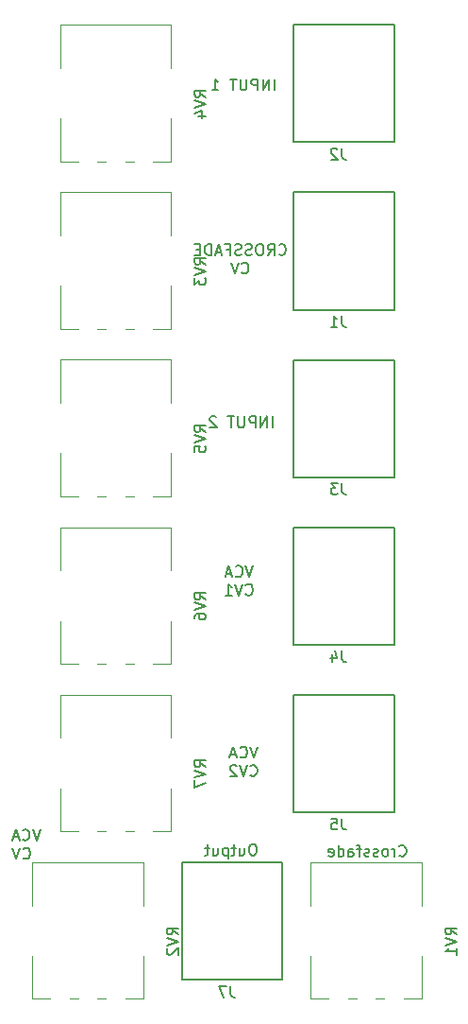
<source format=gbo>
G04 #@! TF.GenerationSoftware,KiCad,Pcbnew,(5.1.0)-1*
G04 #@! TF.CreationDate,2019-05-27T16:53:05-04:00*
G04 #@! TF.ProjectId,VCA,5643412e-6b69-4636-9164-5f7063625858,rev?*
G04 #@! TF.SameCoordinates,Original*
G04 #@! TF.FileFunction,Legend,Bot*
G04 #@! TF.FilePolarity,Positive*
%FSLAX46Y46*%
G04 Gerber Fmt 4.6, Leading zero omitted, Abs format (unit mm)*
G04 Created by KiCad (PCBNEW (5.1.0)-1) date 2019-05-27 16:53:05*
%MOMM*%
%LPD*%
G04 APERTURE LIST*
%ADD10C,0.150000*%
%ADD11C,0.120000*%
G04 APERTURE END LIST*
D10*
X69285714Y-40252380D02*
X69285714Y-39252380D01*
X68809523Y-40252380D02*
X68809523Y-39252380D01*
X68238095Y-40252380D01*
X68238095Y-39252380D01*
X67761904Y-40252380D02*
X67761904Y-39252380D01*
X67380952Y-39252380D01*
X67285714Y-39300000D01*
X67238095Y-39347619D01*
X67190476Y-39442857D01*
X67190476Y-39585714D01*
X67238095Y-39680952D01*
X67285714Y-39728571D01*
X67380952Y-39776190D01*
X67761904Y-39776190D01*
X66761904Y-39252380D02*
X66761904Y-40061904D01*
X66714285Y-40157142D01*
X66666666Y-40204761D01*
X66571428Y-40252380D01*
X66380952Y-40252380D01*
X66285714Y-40204761D01*
X66238095Y-40157142D01*
X66190476Y-40061904D01*
X66190476Y-39252380D01*
X65857142Y-39252380D02*
X65285714Y-39252380D01*
X65571428Y-40252380D02*
X65571428Y-39252380D01*
X63666666Y-40252380D02*
X64238095Y-40252380D01*
X63952380Y-40252380D02*
X63952380Y-39252380D01*
X64047619Y-39395238D01*
X64142857Y-39490476D01*
X64238095Y-39538095D01*
X69676190Y-54932142D02*
X69723809Y-54979761D01*
X69866666Y-55027380D01*
X69961904Y-55027380D01*
X70104761Y-54979761D01*
X70200000Y-54884523D01*
X70247619Y-54789285D01*
X70295238Y-54598809D01*
X70295238Y-54455952D01*
X70247619Y-54265476D01*
X70200000Y-54170238D01*
X70104761Y-54075000D01*
X69961904Y-54027380D01*
X69866666Y-54027380D01*
X69723809Y-54075000D01*
X69676190Y-54122619D01*
X68676190Y-55027380D02*
X69009523Y-54551190D01*
X69247619Y-55027380D02*
X69247619Y-54027380D01*
X68866666Y-54027380D01*
X68771428Y-54075000D01*
X68723809Y-54122619D01*
X68676190Y-54217857D01*
X68676190Y-54360714D01*
X68723809Y-54455952D01*
X68771428Y-54503571D01*
X68866666Y-54551190D01*
X69247619Y-54551190D01*
X68057142Y-54027380D02*
X67866666Y-54027380D01*
X67771428Y-54075000D01*
X67676190Y-54170238D01*
X67628571Y-54360714D01*
X67628571Y-54694047D01*
X67676190Y-54884523D01*
X67771428Y-54979761D01*
X67866666Y-55027380D01*
X68057142Y-55027380D01*
X68152380Y-54979761D01*
X68247619Y-54884523D01*
X68295238Y-54694047D01*
X68295238Y-54360714D01*
X68247619Y-54170238D01*
X68152380Y-54075000D01*
X68057142Y-54027380D01*
X67247619Y-54979761D02*
X67104761Y-55027380D01*
X66866666Y-55027380D01*
X66771428Y-54979761D01*
X66723809Y-54932142D01*
X66676190Y-54836904D01*
X66676190Y-54741666D01*
X66723809Y-54646428D01*
X66771428Y-54598809D01*
X66866666Y-54551190D01*
X67057142Y-54503571D01*
X67152380Y-54455952D01*
X67200000Y-54408333D01*
X67247619Y-54313095D01*
X67247619Y-54217857D01*
X67200000Y-54122619D01*
X67152380Y-54075000D01*
X67057142Y-54027380D01*
X66819047Y-54027380D01*
X66676190Y-54075000D01*
X66295238Y-54979761D02*
X66152380Y-55027380D01*
X65914285Y-55027380D01*
X65819047Y-54979761D01*
X65771428Y-54932142D01*
X65723809Y-54836904D01*
X65723809Y-54741666D01*
X65771428Y-54646428D01*
X65819047Y-54598809D01*
X65914285Y-54551190D01*
X66104761Y-54503571D01*
X66200000Y-54455952D01*
X66247619Y-54408333D01*
X66295238Y-54313095D01*
X66295238Y-54217857D01*
X66247619Y-54122619D01*
X66200000Y-54075000D01*
X66104761Y-54027380D01*
X65866666Y-54027380D01*
X65723809Y-54075000D01*
X64961904Y-54503571D02*
X65295238Y-54503571D01*
X65295238Y-55027380D02*
X65295238Y-54027380D01*
X64819047Y-54027380D01*
X64485714Y-54741666D02*
X64009523Y-54741666D01*
X64580952Y-55027380D02*
X64247619Y-54027380D01*
X63914285Y-55027380D01*
X63580952Y-55027380D02*
X63580952Y-54027380D01*
X63342857Y-54027380D01*
X63200000Y-54075000D01*
X63104761Y-54170238D01*
X63057142Y-54265476D01*
X63009523Y-54455952D01*
X63009523Y-54598809D01*
X63057142Y-54789285D01*
X63104761Y-54884523D01*
X63200000Y-54979761D01*
X63342857Y-55027380D01*
X63580952Y-55027380D01*
X62580952Y-54503571D02*
X62247619Y-54503571D01*
X62104761Y-55027380D02*
X62580952Y-55027380D01*
X62580952Y-54027380D01*
X62104761Y-54027380D01*
X66319047Y-56582142D02*
X66366666Y-56629761D01*
X66509523Y-56677380D01*
X66604761Y-56677380D01*
X66747619Y-56629761D01*
X66842857Y-56534523D01*
X66890476Y-56439285D01*
X66938095Y-56248809D01*
X66938095Y-56105952D01*
X66890476Y-55915476D01*
X66842857Y-55820238D01*
X66747619Y-55725000D01*
X66604761Y-55677380D01*
X66509523Y-55677380D01*
X66366666Y-55725000D01*
X66319047Y-55772619D01*
X66033333Y-55677380D02*
X65700000Y-56677380D01*
X65366666Y-55677380D01*
X69085714Y-70452380D02*
X69085714Y-69452380D01*
X68609523Y-70452380D02*
X68609523Y-69452380D01*
X68038095Y-70452380D01*
X68038095Y-69452380D01*
X67561904Y-70452380D02*
X67561904Y-69452380D01*
X67180952Y-69452380D01*
X67085714Y-69500000D01*
X67038095Y-69547619D01*
X66990476Y-69642857D01*
X66990476Y-69785714D01*
X67038095Y-69880952D01*
X67085714Y-69928571D01*
X67180952Y-69976190D01*
X67561904Y-69976190D01*
X66561904Y-69452380D02*
X66561904Y-70261904D01*
X66514285Y-70357142D01*
X66466666Y-70404761D01*
X66371428Y-70452380D01*
X66180952Y-70452380D01*
X66085714Y-70404761D01*
X66038095Y-70357142D01*
X65990476Y-70261904D01*
X65990476Y-69452380D01*
X65657142Y-69452380D02*
X65085714Y-69452380D01*
X65371428Y-70452380D02*
X65371428Y-69452380D01*
X64038095Y-69547619D02*
X63990476Y-69500000D01*
X63895238Y-69452380D01*
X63657142Y-69452380D01*
X63561904Y-69500000D01*
X63514285Y-69547619D01*
X63466666Y-69642857D01*
X63466666Y-69738095D01*
X63514285Y-69880952D01*
X64085714Y-70452380D01*
X63466666Y-70452380D01*
X67361904Y-82827380D02*
X67028571Y-83827380D01*
X66695238Y-82827380D01*
X65790476Y-83732142D02*
X65838095Y-83779761D01*
X65980952Y-83827380D01*
X66076190Y-83827380D01*
X66219047Y-83779761D01*
X66314285Y-83684523D01*
X66361904Y-83589285D01*
X66409523Y-83398809D01*
X66409523Y-83255952D01*
X66361904Y-83065476D01*
X66314285Y-82970238D01*
X66219047Y-82875000D01*
X66076190Y-82827380D01*
X65980952Y-82827380D01*
X65838095Y-82875000D01*
X65790476Y-82922619D01*
X65409523Y-83541666D02*
X64933333Y-83541666D01*
X65504761Y-83827380D02*
X65171428Y-82827380D01*
X64838095Y-83827380D01*
X66695238Y-85382142D02*
X66742857Y-85429761D01*
X66885714Y-85477380D01*
X66980952Y-85477380D01*
X67123809Y-85429761D01*
X67219047Y-85334523D01*
X67266666Y-85239285D01*
X67314285Y-85048809D01*
X67314285Y-84905952D01*
X67266666Y-84715476D01*
X67219047Y-84620238D01*
X67123809Y-84525000D01*
X66980952Y-84477380D01*
X66885714Y-84477380D01*
X66742857Y-84525000D01*
X66695238Y-84572619D01*
X66409523Y-84477380D02*
X66076190Y-85477380D01*
X65742857Y-84477380D01*
X64885714Y-85477380D02*
X65457142Y-85477380D01*
X65171428Y-85477380D02*
X65171428Y-84477380D01*
X65266666Y-84620238D01*
X65361904Y-84715476D01*
X65457142Y-84763095D01*
X67761904Y-99027380D02*
X67428571Y-100027380D01*
X67095238Y-99027380D01*
X66190476Y-99932142D02*
X66238095Y-99979761D01*
X66380952Y-100027380D01*
X66476190Y-100027380D01*
X66619047Y-99979761D01*
X66714285Y-99884523D01*
X66761904Y-99789285D01*
X66809523Y-99598809D01*
X66809523Y-99455952D01*
X66761904Y-99265476D01*
X66714285Y-99170238D01*
X66619047Y-99075000D01*
X66476190Y-99027380D01*
X66380952Y-99027380D01*
X66238095Y-99075000D01*
X66190476Y-99122619D01*
X65809523Y-99741666D02*
X65333333Y-99741666D01*
X65904761Y-100027380D02*
X65571428Y-99027380D01*
X65238095Y-100027380D01*
X67095238Y-101582142D02*
X67142857Y-101629761D01*
X67285714Y-101677380D01*
X67380952Y-101677380D01*
X67523809Y-101629761D01*
X67619047Y-101534523D01*
X67666666Y-101439285D01*
X67714285Y-101248809D01*
X67714285Y-101105952D01*
X67666666Y-100915476D01*
X67619047Y-100820238D01*
X67523809Y-100725000D01*
X67380952Y-100677380D01*
X67285714Y-100677380D01*
X67142857Y-100725000D01*
X67095238Y-100772619D01*
X66809523Y-100677380D02*
X66476190Y-101677380D01*
X66142857Y-100677380D01*
X65857142Y-100772619D02*
X65809523Y-100725000D01*
X65714285Y-100677380D01*
X65476190Y-100677380D01*
X65380952Y-100725000D01*
X65333333Y-100772619D01*
X65285714Y-100867857D01*
X65285714Y-100963095D01*
X65333333Y-101105952D01*
X65904761Y-101677380D01*
X65285714Y-101677380D01*
X48242857Y-106427380D02*
X47909523Y-107427380D01*
X47576190Y-106427380D01*
X46671428Y-107332142D02*
X46719047Y-107379761D01*
X46861904Y-107427380D01*
X46957142Y-107427380D01*
X47100000Y-107379761D01*
X47195238Y-107284523D01*
X47242857Y-107189285D01*
X47290476Y-106998809D01*
X47290476Y-106855952D01*
X47242857Y-106665476D01*
X47195238Y-106570238D01*
X47100000Y-106475000D01*
X46957142Y-106427380D01*
X46861904Y-106427380D01*
X46719047Y-106475000D01*
X46671428Y-106522619D01*
X46290476Y-107141666D02*
X45814285Y-107141666D01*
X46385714Y-107427380D02*
X46052380Y-106427380D01*
X45719047Y-107427380D01*
X46719047Y-108982142D02*
X46766666Y-109029761D01*
X46909523Y-109077380D01*
X47004761Y-109077380D01*
X47147619Y-109029761D01*
X47242857Y-108934523D01*
X47290476Y-108839285D01*
X47338095Y-108648809D01*
X47338095Y-108505952D01*
X47290476Y-108315476D01*
X47242857Y-108220238D01*
X47147619Y-108125000D01*
X47004761Y-108077380D01*
X46909523Y-108077380D01*
X46766666Y-108125000D01*
X46719047Y-108172619D01*
X46433333Y-108077380D02*
X46100000Y-109077380D01*
X45766666Y-108077380D01*
X80480952Y-108757142D02*
X80528571Y-108804761D01*
X80671428Y-108852380D01*
X80766666Y-108852380D01*
X80909523Y-108804761D01*
X81004761Y-108709523D01*
X81052380Y-108614285D01*
X81100000Y-108423809D01*
X81100000Y-108280952D01*
X81052380Y-108090476D01*
X81004761Y-107995238D01*
X80909523Y-107900000D01*
X80766666Y-107852380D01*
X80671428Y-107852380D01*
X80528571Y-107900000D01*
X80480952Y-107947619D01*
X80052380Y-108852380D02*
X80052380Y-108185714D01*
X80052380Y-108376190D02*
X80004761Y-108280952D01*
X79957142Y-108233333D01*
X79861904Y-108185714D01*
X79766666Y-108185714D01*
X79290476Y-108852380D02*
X79385714Y-108804761D01*
X79433333Y-108757142D01*
X79480952Y-108661904D01*
X79480952Y-108376190D01*
X79433333Y-108280952D01*
X79385714Y-108233333D01*
X79290476Y-108185714D01*
X79147619Y-108185714D01*
X79052380Y-108233333D01*
X79004761Y-108280952D01*
X78957142Y-108376190D01*
X78957142Y-108661904D01*
X79004761Y-108757142D01*
X79052380Y-108804761D01*
X79147619Y-108852380D01*
X79290476Y-108852380D01*
X78576190Y-108804761D02*
X78480952Y-108852380D01*
X78290476Y-108852380D01*
X78195238Y-108804761D01*
X78147619Y-108709523D01*
X78147619Y-108661904D01*
X78195238Y-108566666D01*
X78290476Y-108519047D01*
X78433333Y-108519047D01*
X78528571Y-108471428D01*
X78576190Y-108376190D01*
X78576190Y-108328571D01*
X78528571Y-108233333D01*
X78433333Y-108185714D01*
X78290476Y-108185714D01*
X78195238Y-108233333D01*
X77766666Y-108804761D02*
X77671428Y-108852380D01*
X77480952Y-108852380D01*
X77385714Y-108804761D01*
X77338095Y-108709523D01*
X77338095Y-108661904D01*
X77385714Y-108566666D01*
X77480952Y-108519047D01*
X77623809Y-108519047D01*
X77719047Y-108471428D01*
X77766666Y-108376190D01*
X77766666Y-108328571D01*
X77719047Y-108233333D01*
X77623809Y-108185714D01*
X77480952Y-108185714D01*
X77385714Y-108233333D01*
X77052380Y-108185714D02*
X76671428Y-108185714D01*
X76909523Y-108852380D02*
X76909523Y-107995238D01*
X76861904Y-107900000D01*
X76766666Y-107852380D01*
X76671428Y-107852380D01*
X75909523Y-108852380D02*
X75909523Y-108328571D01*
X75957142Y-108233333D01*
X76052380Y-108185714D01*
X76242857Y-108185714D01*
X76338095Y-108233333D01*
X75909523Y-108804761D02*
X76004761Y-108852380D01*
X76242857Y-108852380D01*
X76338095Y-108804761D01*
X76385714Y-108709523D01*
X76385714Y-108614285D01*
X76338095Y-108519047D01*
X76242857Y-108471428D01*
X76004761Y-108471428D01*
X75909523Y-108423809D01*
X75004761Y-108852380D02*
X75004761Y-107852380D01*
X75004761Y-108804761D02*
X75100000Y-108852380D01*
X75290476Y-108852380D01*
X75385714Y-108804761D01*
X75433333Y-108757142D01*
X75480952Y-108661904D01*
X75480952Y-108376190D01*
X75433333Y-108280952D01*
X75385714Y-108233333D01*
X75290476Y-108185714D01*
X75100000Y-108185714D01*
X75004761Y-108233333D01*
X74147619Y-108804761D02*
X74242857Y-108852380D01*
X74433333Y-108852380D01*
X74528571Y-108804761D01*
X74576190Y-108709523D01*
X74576190Y-108328571D01*
X74528571Y-108233333D01*
X74433333Y-108185714D01*
X74242857Y-108185714D01*
X74147619Y-108233333D01*
X74100000Y-108328571D01*
X74100000Y-108423809D01*
X74576190Y-108519047D01*
X67423809Y-107752380D02*
X67233333Y-107752380D01*
X67138095Y-107800000D01*
X67042857Y-107895238D01*
X66995238Y-108085714D01*
X66995238Y-108419047D01*
X67042857Y-108609523D01*
X67138095Y-108704761D01*
X67233333Y-108752380D01*
X67423809Y-108752380D01*
X67519047Y-108704761D01*
X67614285Y-108609523D01*
X67661904Y-108419047D01*
X67661904Y-108085714D01*
X67614285Y-107895238D01*
X67519047Y-107800000D01*
X67423809Y-107752380D01*
X66138095Y-108085714D02*
X66138095Y-108752380D01*
X66566666Y-108085714D02*
X66566666Y-108609523D01*
X66519047Y-108704761D01*
X66423809Y-108752380D01*
X66280952Y-108752380D01*
X66185714Y-108704761D01*
X66138095Y-108657142D01*
X65804761Y-108085714D02*
X65423809Y-108085714D01*
X65661904Y-107752380D02*
X65661904Y-108609523D01*
X65614285Y-108704761D01*
X65519047Y-108752380D01*
X65423809Y-108752380D01*
X65090476Y-108085714D02*
X65090476Y-109085714D01*
X65090476Y-108133333D02*
X64995238Y-108085714D01*
X64804761Y-108085714D01*
X64709523Y-108133333D01*
X64661904Y-108180952D01*
X64614285Y-108276190D01*
X64614285Y-108561904D01*
X64661904Y-108657142D01*
X64709523Y-108704761D01*
X64804761Y-108752380D01*
X64995238Y-108752380D01*
X65090476Y-108704761D01*
X63757142Y-108085714D02*
X63757142Y-108752380D01*
X64185714Y-108085714D02*
X64185714Y-108609523D01*
X64138095Y-108704761D01*
X64042857Y-108752380D01*
X63900000Y-108752380D01*
X63804761Y-108704761D01*
X63757142Y-108657142D01*
X63423809Y-108085714D02*
X63042857Y-108085714D01*
X63280952Y-107752380D02*
X63280952Y-108609523D01*
X63233333Y-108704761D01*
X63138095Y-108752380D01*
X63042857Y-108752380D01*
D11*
X59970000Y-106620000D02*
X59970000Y-102755000D01*
X59970000Y-98245000D02*
X59970000Y-94380000D01*
X50030000Y-106620000D02*
X50030000Y-102755000D01*
X50030000Y-98245000D02*
X50030000Y-94380000D01*
X59970000Y-106620000D02*
X58371000Y-106620000D01*
X56629000Y-106620000D02*
X55870000Y-106620000D01*
X54129000Y-106620000D02*
X53370000Y-106620000D01*
X51630000Y-106620000D02*
X50030000Y-106620000D01*
X59970000Y-94380000D02*
X50030000Y-94380000D01*
D10*
X80000000Y-49400000D02*
X71000000Y-49400000D01*
X71000000Y-49400000D02*
X71000000Y-59900000D01*
X71000000Y-59900000D02*
X80000000Y-59900000D01*
X80000000Y-59900000D02*
X80000000Y-49400000D01*
X80000000Y-34400000D02*
X71000000Y-34400000D01*
X71000000Y-34400000D02*
X71000000Y-44900000D01*
X71000000Y-44900000D02*
X80000000Y-44900000D01*
X80000000Y-44900000D02*
X80000000Y-34400000D01*
X80000000Y-74900000D02*
X80000000Y-64400000D01*
X71000000Y-74900000D02*
X80000000Y-74900000D01*
X71000000Y-64400000D02*
X71000000Y-74900000D01*
X80000000Y-64400000D02*
X71000000Y-64400000D01*
X80000000Y-79400000D02*
X71000000Y-79400000D01*
X71000000Y-79400000D02*
X71000000Y-89900000D01*
X71000000Y-89900000D02*
X80000000Y-89900000D01*
X80000000Y-89900000D02*
X80000000Y-79400000D01*
X80000000Y-104900000D02*
X80000000Y-94400000D01*
X71000000Y-104900000D02*
X80000000Y-104900000D01*
X71000000Y-94400000D02*
X71000000Y-104900000D01*
X80000000Y-94400000D02*
X71000000Y-94400000D01*
X70000000Y-119900000D02*
X70000000Y-109400000D01*
X61000000Y-119900000D02*
X70000000Y-119900000D01*
X61000000Y-109400000D02*
X61000000Y-119900000D01*
X70000000Y-109400000D02*
X61000000Y-109400000D01*
D11*
X82470000Y-109380000D02*
X72530000Y-109380000D01*
X74130000Y-121620000D02*
X72530000Y-121620000D01*
X76629000Y-121620000D02*
X75870000Y-121620000D01*
X79129000Y-121620000D02*
X78370000Y-121620000D01*
X82470000Y-121620000D02*
X80871000Y-121620000D01*
X72530000Y-113245000D02*
X72530000Y-109380000D01*
X72530000Y-121620000D02*
X72530000Y-117755000D01*
X82470000Y-113245000D02*
X82470000Y-109380000D01*
X82470000Y-121620000D02*
X82470000Y-117755000D01*
X57470000Y-109380000D02*
X47530000Y-109380000D01*
X49130000Y-121620000D02*
X47530000Y-121620000D01*
X51629000Y-121620000D02*
X50870000Y-121620000D01*
X54129000Y-121620000D02*
X53370000Y-121620000D01*
X57470000Y-121620000D02*
X55871000Y-121620000D01*
X47530000Y-113245000D02*
X47530000Y-109380000D01*
X47530000Y-121620000D02*
X47530000Y-117755000D01*
X57470000Y-113245000D02*
X57470000Y-109380000D01*
X57470000Y-121620000D02*
X57470000Y-117755000D01*
X59970000Y-49380000D02*
X50030000Y-49380000D01*
X51630000Y-61620000D02*
X50030000Y-61620000D01*
X54129000Y-61620000D02*
X53370000Y-61620000D01*
X56629000Y-61620000D02*
X55870000Y-61620000D01*
X59970000Y-61620000D02*
X58371000Y-61620000D01*
X50030000Y-53245000D02*
X50030000Y-49380000D01*
X50030000Y-61620000D02*
X50030000Y-57755000D01*
X59970000Y-53245000D02*
X59970000Y-49380000D01*
X59970000Y-61620000D02*
X59970000Y-57755000D01*
X59970000Y-46620000D02*
X59970000Y-42755000D01*
X59970000Y-38245000D02*
X59970000Y-34380000D01*
X50030000Y-46620000D02*
X50030000Y-42755000D01*
X50030000Y-38245000D02*
X50030000Y-34380000D01*
X59970000Y-46620000D02*
X58371000Y-46620000D01*
X56629000Y-46620000D02*
X55870000Y-46620000D01*
X54129000Y-46620000D02*
X53370000Y-46620000D01*
X51630000Y-46620000D02*
X50030000Y-46620000D01*
X59970000Y-34380000D02*
X50030000Y-34380000D01*
X59970000Y-64380000D02*
X50030000Y-64380000D01*
X51630000Y-76620000D02*
X50030000Y-76620000D01*
X54129000Y-76620000D02*
X53370000Y-76620000D01*
X56629000Y-76620000D02*
X55870000Y-76620000D01*
X59970000Y-76620000D02*
X58371000Y-76620000D01*
X50030000Y-68245000D02*
X50030000Y-64380000D01*
X50030000Y-76620000D02*
X50030000Y-72755000D01*
X59970000Y-68245000D02*
X59970000Y-64380000D01*
X59970000Y-76620000D02*
X59970000Y-72755000D01*
X59970000Y-91620000D02*
X59970000Y-87755000D01*
X59970000Y-83245000D02*
X59970000Y-79380000D01*
X50030000Y-91620000D02*
X50030000Y-87755000D01*
X50030000Y-83245000D02*
X50030000Y-79380000D01*
X59970000Y-91620000D02*
X58371000Y-91620000D01*
X56629000Y-91620000D02*
X55870000Y-91620000D01*
X54129000Y-91620000D02*
X53370000Y-91620000D01*
X51630000Y-91620000D02*
X50030000Y-91620000D01*
X59970000Y-79380000D02*
X50030000Y-79380000D01*
D10*
X63102380Y-100854761D02*
X62626190Y-100521428D01*
X63102380Y-100283333D02*
X62102380Y-100283333D01*
X62102380Y-100664285D01*
X62150000Y-100759523D01*
X62197619Y-100807142D01*
X62292857Y-100854761D01*
X62435714Y-100854761D01*
X62530952Y-100807142D01*
X62578571Y-100759523D01*
X62626190Y-100664285D01*
X62626190Y-100283333D01*
X62102380Y-101140476D02*
X63102380Y-101473809D01*
X62102380Y-101807142D01*
X62102380Y-102045238D02*
X62102380Y-102711904D01*
X63102380Y-102283333D01*
X75333333Y-60452380D02*
X75333333Y-61166666D01*
X75380952Y-61309523D01*
X75476190Y-61404761D01*
X75619047Y-61452380D01*
X75714285Y-61452380D01*
X74333333Y-61452380D02*
X74904761Y-61452380D01*
X74619047Y-61452380D02*
X74619047Y-60452380D01*
X74714285Y-60595238D01*
X74809523Y-60690476D01*
X74904761Y-60738095D01*
X75333333Y-45452380D02*
X75333333Y-46166666D01*
X75380952Y-46309523D01*
X75476190Y-46404761D01*
X75619047Y-46452380D01*
X75714285Y-46452380D01*
X74904761Y-45547619D02*
X74857142Y-45500000D01*
X74761904Y-45452380D01*
X74523809Y-45452380D01*
X74428571Y-45500000D01*
X74380952Y-45547619D01*
X74333333Y-45642857D01*
X74333333Y-45738095D01*
X74380952Y-45880952D01*
X74952380Y-46452380D01*
X74333333Y-46452380D01*
X75333333Y-75452380D02*
X75333333Y-76166666D01*
X75380952Y-76309523D01*
X75476190Y-76404761D01*
X75619047Y-76452380D01*
X75714285Y-76452380D01*
X74952380Y-75452380D02*
X74333333Y-75452380D01*
X74666666Y-75833333D01*
X74523809Y-75833333D01*
X74428571Y-75880952D01*
X74380952Y-75928571D01*
X74333333Y-76023809D01*
X74333333Y-76261904D01*
X74380952Y-76357142D01*
X74428571Y-76404761D01*
X74523809Y-76452380D01*
X74809523Y-76452380D01*
X74904761Y-76404761D01*
X74952380Y-76357142D01*
X75333333Y-90452380D02*
X75333333Y-91166666D01*
X75380952Y-91309523D01*
X75476190Y-91404761D01*
X75619047Y-91452380D01*
X75714285Y-91452380D01*
X74428571Y-90785714D02*
X74428571Y-91452380D01*
X74666666Y-90404761D02*
X74904761Y-91119047D01*
X74285714Y-91119047D01*
X75333333Y-105452380D02*
X75333333Y-106166666D01*
X75380952Y-106309523D01*
X75476190Y-106404761D01*
X75619047Y-106452380D01*
X75714285Y-106452380D01*
X74380952Y-105452380D02*
X74857142Y-105452380D01*
X74904761Y-105928571D01*
X74857142Y-105880952D01*
X74761904Y-105833333D01*
X74523809Y-105833333D01*
X74428571Y-105880952D01*
X74380952Y-105928571D01*
X74333333Y-106023809D01*
X74333333Y-106261904D01*
X74380952Y-106357142D01*
X74428571Y-106404761D01*
X74523809Y-106452380D01*
X74761904Y-106452380D01*
X74857142Y-106404761D01*
X74904761Y-106357142D01*
X65333333Y-120452380D02*
X65333333Y-121166666D01*
X65380952Y-121309523D01*
X65476190Y-121404761D01*
X65619047Y-121452380D01*
X65714285Y-121452380D01*
X64952380Y-120452380D02*
X64285714Y-120452380D01*
X64714285Y-121452380D01*
X85602380Y-115854761D02*
X85126190Y-115521428D01*
X85602380Y-115283333D02*
X84602380Y-115283333D01*
X84602380Y-115664285D01*
X84650000Y-115759523D01*
X84697619Y-115807142D01*
X84792857Y-115854761D01*
X84935714Y-115854761D01*
X85030952Y-115807142D01*
X85078571Y-115759523D01*
X85126190Y-115664285D01*
X85126190Y-115283333D01*
X84602380Y-116140476D02*
X85602380Y-116473809D01*
X84602380Y-116807142D01*
X85602380Y-117664285D02*
X85602380Y-117092857D01*
X85602380Y-117378571D02*
X84602380Y-117378571D01*
X84745238Y-117283333D01*
X84840476Y-117188095D01*
X84888095Y-117092857D01*
X60602380Y-115854761D02*
X60126190Y-115521428D01*
X60602380Y-115283333D02*
X59602380Y-115283333D01*
X59602380Y-115664285D01*
X59650000Y-115759523D01*
X59697619Y-115807142D01*
X59792857Y-115854761D01*
X59935714Y-115854761D01*
X60030952Y-115807142D01*
X60078571Y-115759523D01*
X60126190Y-115664285D01*
X60126190Y-115283333D01*
X59602380Y-116140476D02*
X60602380Y-116473809D01*
X59602380Y-116807142D01*
X59697619Y-117092857D02*
X59650000Y-117140476D01*
X59602380Y-117235714D01*
X59602380Y-117473809D01*
X59650000Y-117569047D01*
X59697619Y-117616666D01*
X59792857Y-117664285D01*
X59888095Y-117664285D01*
X60030952Y-117616666D01*
X60602380Y-117045238D01*
X60602380Y-117664285D01*
X63102380Y-55854761D02*
X62626190Y-55521428D01*
X63102380Y-55283333D02*
X62102380Y-55283333D01*
X62102380Y-55664285D01*
X62150000Y-55759523D01*
X62197619Y-55807142D01*
X62292857Y-55854761D01*
X62435714Y-55854761D01*
X62530952Y-55807142D01*
X62578571Y-55759523D01*
X62626190Y-55664285D01*
X62626190Y-55283333D01*
X62102380Y-56140476D02*
X63102380Y-56473809D01*
X62102380Y-56807142D01*
X62102380Y-57045238D02*
X62102380Y-57664285D01*
X62483333Y-57330952D01*
X62483333Y-57473809D01*
X62530952Y-57569047D01*
X62578571Y-57616666D01*
X62673809Y-57664285D01*
X62911904Y-57664285D01*
X63007142Y-57616666D01*
X63054761Y-57569047D01*
X63102380Y-57473809D01*
X63102380Y-57188095D01*
X63054761Y-57092857D01*
X63007142Y-57045238D01*
X63102380Y-40854761D02*
X62626190Y-40521428D01*
X63102380Y-40283333D02*
X62102380Y-40283333D01*
X62102380Y-40664285D01*
X62150000Y-40759523D01*
X62197619Y-40807142D01*
X62292857Y-40854761D01*
X62435714Y-40854761D01*
X62530952Y-40807142D01*
X62578571Y-40759523D01*
X62626190Y-40664285D01*
X62626190Y-40283333D01*
X62102380Y-41140476D02*
X63102380Y-41473809D01*
X62102380Y-41807142D01*
X62435714Y-42569047D02*
X63102380Y-42569047D01*
X62054761Y-42330952D02*
X62769047Y-42092857D01*
X62769047Y-42711904D01*
X63102380Y-70854761D02*
X62626190Y-70521428D01*
X63102380Y-70283333D02*
X62102380Y-70283333D01*
X62102380Y-70664285D01*
X62150000Y-70759523D01*
X62197619Y-70807142D01*
X62292857Y-70854761D01*
X62435714Y-70854761D01*
X62530952Y-70807142D01*
X62578571Y-70759523D01*
X62626190Y-70664285D01*
X62626190Y-70283333D01*
X62102380Y-71140476D02*
X63102380Y-71473809D01*
X62102380Y-71807142D01*
X62102380Y-72616666D02*
X62102380Y-72140476D01*
X62578571Y-72092857D01*
X62530952Y-72140476D01*
X62483333Y-72235714D01*
X62483333Y-72473809D01*
X62530952Y-72569047D01*
X62578571Y-72616666D01*
X62673809Y-72664285D01*
X62911904Y-72664285D01*
X63007142Y-72616666D01*
X63054761Y-72569047D01*
X63102380Y-72473809D01*
X63102380Y-72235714D01*
X63054761Y-72140476D01*
X63007142Y-72092857D01*
X63102380Y-85854761D02*
X62626190Y-85521428D01*
X63102380Y-85283333D02*
X62102380Y-85283333D01*
X62102380Y-85664285D01*
X62150000Y-85759523D01*
X62197619Y-85807142D01*
X62292857Y-85854761D01*
X62435714Y-85854761D01*
X62530952Y-85807142D01*
X62578571Y-85759523D01*
X62626190Y-85664285D01*
X62626190Y-85283333D01*
X62102380Y-86140476D02*
X63102380Y-86473809D01*
X62102380Y-86807142D01*
X62102380Y-87569047D02*
X62102380Y-87378571D01*
X62150000Y-87283333D01*
X62197619Y-87235714D01*
X62340476Y-87140476D01*
X62530952Y-87092857D01*
X62911904Y-87092857D01*
X63007142Y-87140476D01*
X63054761Y-87188095D01*
X63102380Y-87283333D01*
X63102380Y-87473809D01*
X63054761Y-87569047D01*
X63007142Y-87616666D01*
X62911904Y-87664285D01*
X62673809Y-87664285D01*
X62578571Y-87616666D01*
X62530952Y-87569047D01*
X62483333Y-87473809D01*
X62483333Y-87283333D01*
X62530952Y-87188095D01*
X62578571Y-87140476D01*
X62673809Y-87092857D01*
M02*

</source>
